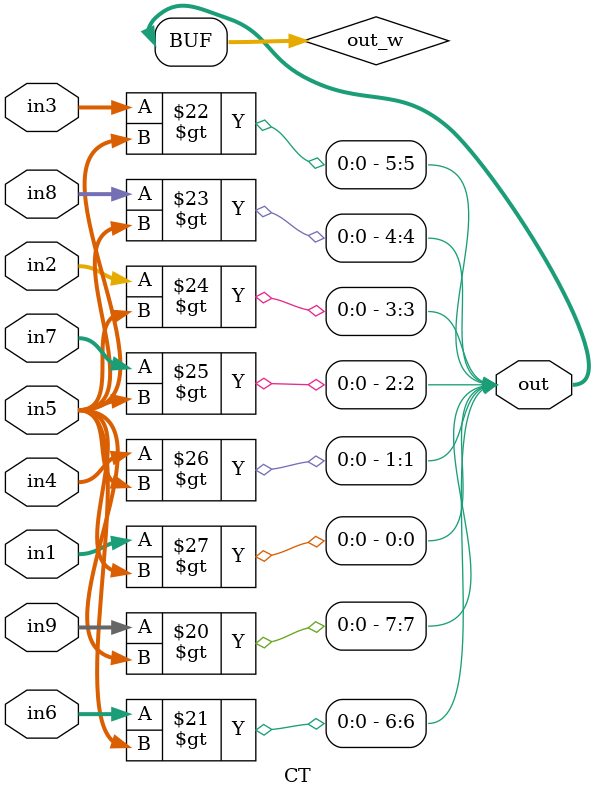
<source format=v>

module ipdc (                       //Don't modify interface
	input         i_clk,
	input         i_rst_n,
	input         i_op_valid,
	input  [ 3:0] i_op_mode,
    output        o_op_ready,
	input         i_in_valid,
	input  [23:0] i_in_data,
	output        o_in_ready,
	output        o_out_valid,
	output [23:0] o_out_data
);

integer i;
// ---------------------------------------------------------------------------
// SRAM instance
// ---------------------------------------------------------------------------
parameter SRAM_ADDRESS_WIDTH = 8;


wire [7:0] 					  o_from_sram_data1;
wire 						  sram_cen1;
wire  						  sram_wen1;
wire [SRAM_ADDRESS_WIDTH-1:0] sram_address1;
wire [7:0]					  i_to_sram_data1;

reg 						  sram_cen1_w, sram_cen1_r;
reg  						  sram_wen1_w, sram_wen1_r;
reg [SRAM_ADDRESS_WIDTH-1:0]  sram_address1_w, sram_address1_r;
reg [7:0]					  i_to_sram_data1_w, i_to_sram_data1_r;

assign sram_cen1 = sram_cen1_r;
assign sram_wen1 = sram_wen1_r;
assign sram_address1 = sram_address1_r;
assign i_to_sram_data1 = i_to_sram_data1_r;

sram_256x8 sram1 (
   .Q(o_from_sram_data1),
   .CLK(i_clk),
   .CEN(sram_cen1),
   .WEN(sram_wen1),
   .A(sram_address1),
   .D(i_to_sram_data1)
);


wire [7:0] 					  o_from_sram_data2;
wire 						  sram_cen2;
wire  						  sram_wen2;
wire [SRAM_ADDRESS_WIDTH-1:0] sram_address2;
wire [7:0]					  i_to_sram_data2;

reg 						  sram_cen2_w, sram_cen2_r;
reg  						  sram_wen2_w, sram_wen2_r;
reg [SRAM_ADDRESS_WIDTH-1:0]  sram_address2_w, sram_address2_r;
reg [7:0]					  i_to_sram_data2_w, i_to_sram_data2_r;

assign sram_cen2 = sram_cen2_r;
assign sram_wen2 = sram_wen2_r;
assign sram_address2 = sram_address2_r;
assign i_to_sram_data2 = i_to_sram_data2_r;

sram_256x8 sram2 (
   .Q(o_from_sram_data2),
   .CLK(i_clk),
   .CEN(sram_cen2),
   .WEN(sram_wen2),
   .A(sram_address2),
   .D(i_to_sram_data2)
);


wire [7:0] 					  o_from_sram_data3;
wire 						  sram_cen3;
wire  						  sram_wen3;
wire [SRAM_ADDRESS_WIDTH-1:0] sram_address3;
wire [7:0]					  i_to_sram_data3;

reg 						  sram_cen3_w, sram_cen3_r;
reg  						  sram_wen3_w, sram_wen3_r;
reg [SRAM_ADDRESS_WIDTH-1:0]  sram_address3_w, sram_address3_r;
reg [7:0]					  i_to_sram_data3_w, i_to_sram_data3_r;

assign sram_cen3 = sram_cen3_r;
assign sram_wen3 = sram_wen3_r;
assign sram_address3 = sram_address3_r;
assign i_to_sram_data3 = i_to_sram_data3_r;

sram_256x8 sram3 (
   .Q(o_from_sram_data3),
   .CLK(i_clk),
   .CEN(sram_cen3),
   .WEN(sram_wen3),
   .A(sram_address3),
   .D(i_to_sram_data3)
);


// ---------------------------------------------------------------------------

reg [3:0] state_w, state_r;

reg o_op_ready_w, o_op_ready_r;
reg	o_in_ready_w, o_in_ready_r; 		// *** maybe not necassary
reg o_out_valid_w, o_out_valid_r;
reg	[23:0] o_out_data_w, o_out_data_r;

assign o_op_ready = o_op_ready_r;
assign o_in_ready = o_in_ready_r;
assign o_out_valid = o_out_valid_r;
assign o_out_data = o_out_data_r;

reg [7:0] origin_w, origin_r;
reg [4:0] display_counter_w, display_counter_r;

reg [1:0] scale_w, scale_r;

wire [7:0] Y;
wire [10:0] Y1;
wire [10:0] Y21;
wire [10:0] Y22;
wire [10:0] Y2;
wire [10:0] Y_temp;
assign Y1 = { 2'b00, o_from_sram_data1, 1'b0 };
assign Y21 = { 1'b0, o_from_sram_data2, 2'b00 };
assign Y22 = { 3'b000, o_from_sram_data2 };
assign Y2 = Y21 + Y22;
assign Y_temp = Y1 + Y2;
assign Y = (Y_temp[2] == 1) ? Y_temp[10:3] + 1 : Y_temp[10:3];

wire [7:0] Cb;
wire [10:0] Cb1;
wire [10:0] Cb2;
wire [10:0] Cb3;
wire [10:0] Cb4;
wire [10:0] Cb_temp;
assign Cb1 = { 3'b111, ~o_from_sram_data1 } + 1;
assign Cb2 = { 2'b11, ~o_from_sram_data2, 1'b1 } + 1;
assign Cb3 = { 1'b0, o_from_sram_data3, 2'b00 };
assign Cb4 = 11'd1024;
assign Cb_temp = (Cb1 + Cb2) + (Cb3 + Cb4);
assign Cb = (Cb_temp[2] == 1) ? Cb_temp[10:3] + 1 : Cb_temp[10:3];

wire [7:0] Cr;
wire [10:0] Cr1;
wire [10:0] Cr21;
wire [10:0] Cr22;
wire [10:0] Cr2;
wire [10:0] Cr3;
wire [10:0] Cr4;
wire [10:0] Cr_temp;
assign Cr1 = { 1'b0, o_from_sram_data1, 2'b00 };
assign Cr21 = { 2'b00, o_from_sram_data2, 1'b0 };
assign Cr22 = { 3'b000, o_from_sram_data2 };
assign Cr2 = ~(Cr21 + Cr22) + 1;
assign Cr3 = { 3'b111, ~o_from_sram_data3 } + 1;
assign Cr4 = 11'd1024;
assign Cr_temp = (Cr1 + Cr2) + (Cr3 + Cr4);
assign Cr = (Cr_temp[2] == 1) ? Cr_temp[10:3] + 1 : Cr_temp[10:3];

reg [0:0] ycbcr_w, ycbcr_r;

reg [0:7] shreg1_w [8:0];
reg [0:7] shreg1_r [8:0];
reg [0:7] shreg2_w [8:0];
reg [0:7] shreg2_r [8:0];
reg [0:7] shreg3_w [8:0];
reg [0:7] shreg3_r [8:0];

reg [1:0] kernel_x_w, kernel_x_r;
reg [1:0] kernel_y_w, kernel_y_r;
reg [3:0] kernel_counter_w, kernel_counter_r;
reg [7:0] shift;

reg valid_buff1_w, valid_buff1_r;
reg valid_buff2_w, valid_buff2_r;
reg valid_buff3_w, valid_buff3_r;
reg valid_buff4_w, valid_buff4_r;

reg [1:0] kernel_x_buff1_w, kernel_x_buff1_r;
reg [1:0] kernel_x_buff2_w, kernel_x_buff2_r;
reg [1:0] kernel_y_buff1_w, kernel_y_buff1_r;
reg [1:0] kernel_y_buff2_w, kernel_y_buff2_r;
reg [3:0] kernel_counter_buff1_w, kernel_counter_buff1_r;
reg [3:0] kernel_counter_buff2_w, kernel_counter_buff2_r;
reg [7:0] origin_buff1_w, origin_buff1_r;
reg [7:0] origin_buff2_w, origin_buff2_r;


// ---------------------------------
reg [7:0] medin11, medin12, medin13;
reg [7:0] medin14, medin15, medin16;
reg [7:0] medin17, medin18, medin19;
wire [7:0] medout;

median_of_9 med1(
	.i_clk(i_clk),
	.i_rst_n(i_rst_n),
	.in1(medin11),
	.in2(medin12),
	.in3(medin13),
	.in4(medin14),
	.in5(medin15),
	.in6(medin16),
	.in7(medin17),
	.in8(medin18),
	.in9(medin19),
	.median(medout)
);

always @(*) begin
	case({valid_buff1_r, valid_buff2_r, valid_buff3_r})
		3'b100: begin
			medin11 = shreg1_r[8];
			medin12 = shreg1_r[7];
			medin13 = shreg1_r[6];
			medin14 = shreg1_r[5];
			medin15 = shreg1_r[4];
			medin16 = shreg1_r[3];
			medin17 = shreg1_r[2];
			medin18 = shreg1_r[1];
			medin19 = shreg1_r[0];
		end
		3'b010: begin
			medin11 = shreg2_r[8];
			medin12 = shreg2_r[7];
			medin13 = shreg2_r[6];
			medin14 = shreg2_r[5];
			medin15 = shreg2_r[4];
			medin16 = shreg2_r[3];
			medin17 = shreg2_r[2];
			medin18 = shreg2_r[1];
			medin19 = shreg2_r[0];
		end
		3'b001: begin
			medin11 = shreg3_r[8];
			medin12 = shreg3_r[7];
			medin13 = shreg3_r[6];
			medin14 = shreg3_r[5];
			medin15 = shreg3_r[4];
			medin16 = shreg3_r[3];
			medin17 = shreg3_r[2];
			medin18 = shreg3_r[1];
			medin19 = shreg3_r[0];
		end
		default: begin
			medin11 = shreg1_r[8];
			medin12 = shreg1_r[7];
			medin13 = shreg1_r[6];
			medin14 = shreg1_r[5];
			medin15 = shreg1_r[4];
			medin16 = shreg1_r[3];
			medin17 = shreg1_r[2];
			medin18 = shreg1_r[1];
			medin19 = shreg1_r[0];
		end
	endcase
end
// --------------------------------

// --------------------------------
reg [7:0] ctin1, ctin2, ctin3;
reg [7:0] ctin4, ctin5, ctin6;
reg [7:0] ctin7, ctin8, ctin9;
wire [7:0] ctout;

CT ct(
	.in1(ctin1),
	.in2(ctin2),
	.in3(ctin3),
	.in4(ctin4),
	.in5(ctin5),
	.in6(ctin6),
	.in7(ctin7),
	.in8(ctin8),
	.in9(ctin9),
	.out(ctout)
);

always @(*) begin
	case({valid_buff1_r, valid_buff2_r, valid_buff3_r})
		3'b100: begin
			ctin1 = shreg1_r[0];
			ctin2 = shreg1_r[1];
			ctin3 = shreg1_r[2];
			ctin4 = shreg1_r[3];
			ctin5 = shreg1_r[4];
			ctin6 = shreg1_r[5];
			ctin7 = shreg1_r[6];
			ctin8 = shreg1_r[7];
			ctin9 = shreg1_r[8];
		end
		3'b010: begin
			ctin1 = shreg2_r[0];
			ctin2 = shreg2_r[1];
			ctin3 = shreg2_r[2];
			ctin4 = shreg2_r[3];
			ctin5 = shreg2_r[4];
			ctin6 = shreg2_r[5];
			ctin7 = shreg2_r[6];
			ctin8 = shreg2_r[7];
			ctin9 = shreg2_r[8];
		end
		3'b001: begin
			ctin1 = shreg3_r[0];
			ctin2 = shreg3_r[1];
			ctin3 = shreg3_r[2];
			ctin4 = shreg3_r[3];
			ctin5 = shreg3_r[4];
			ctin6 = shreg3_r[5];
			ctin7 = shreg3_r[6];
			ctin8 = shreg3_r[7];
			ctin9 = shreg3_r[8];
		end
		default: begin
			ctin1 = shreg1_r[0];
			ctin2 = shreg1_r[1];
			ctin3 = shreg1_r[2];
			ctin4 = shreg1_r[3];
			ctin5 = shreg1_r[4];
			ctin6 = shreg1_r[5];
			ctin7 = shreg1_r[6];
			ctin8 = shreg1_r[7];
			ctin9 = shreg1_r[8];
		end
	endcase
end


// --------------------------------


// ---------------------------------------------------------------------------
// Combinational Blocks
// ---------------------------------------------------------------------------
parameter S_IDLE = 1;
parameter S_MODE = 2;
parameter S_LOAD = 0;
parameter S_RSFT = 4;
parameter S_LSFT = 5;
parameter S_USFT = 6;
parameter S_DSFT = 7;
parameter S_DISP = 3;
parameter S_SCLD = 8;
parameter S_SCLU = 9;
parameter S_YCBR = 13;
parameter S_MDFT = 12;
parameter S_CSTF = 14;


always @(*) begin
	case(state_r)
		S_IDLE: begin
			state_w = S_MODE;
			o_op_ready_w = 1;
			o_in_ready_w = 1;
			o_out_valid_w = 0;
			o_out_data_w = 0;
			
			origin_w = origin_r;
			display_counter_w = 0;

			scale_w = scale_r;

			ycbcr_w = 0;

			for (i=0; i<9; i=i+1) begin
				shreg1_w[i] = 0;
				shreg2_w[i] = 0;
				shreg3_w[i] = 0;
			end

			kernel_x_w = 0;
			kernel_y_w = 0;
			kernel_counter_w = 0;

			valid_buff4_w = 0;
			valid_buff3_w = 0;
			valid_buff2_w = 0;
			valid_buff1_w = 0;

			kernel_x_buff1_w = 0;
			kernel_x_buff2_w = 0;
			kernel_y_buff1_w = 0;
			kernel_y_buff2_w = 0;
			kernel_counter_buff1_w = 0;
			kernel_counter_buff2_w = 0;
			origin_buff1_w = 0;
			origin_buff2_w = 0;
		end
		S_MODE: begin
			state_w = (i_op_valid) ? i_op_mode : S_MODE;
			o_op_ready_w = 0;
			o_in_ready_w = 1;
			o_out_valid_w = 0;
			o_out_data_w = 0;

			origin_w = origin_r;
			display_counter_w = 0;

			scale_w = scale_r;

			ycbcr_w = 0;

			for (i=0; i<9; i=i+1) begin
				shreg1_w[i] = 0;
				shreg2_w[i] = 0;
				shreg3_w[i] = 0;
			end

			kernel_x_w = 0;
			kernel_y_w = 0;
			kernel_counter_w = 0;

			valid_buff4_w = 0;
			valid_buff3_w = 0;
			valid_buff2_w = 0;
			valid_buff1_w = 0;

			kernel_x_buff1_w = 0;
			kernel_x_buff2_w = 0;
			kernel_y_buff1_w = 0;
			kernel_y_buff2_w = 0;
			kernel_counter_buff1_w = 0;
			kernel_counter_buff2_w = 0;
			origin_buff1_w = 0;
			origin_buff2_w = 0;
		end
		S_LOAD: begin
			state_w = (i_in_valid) ? S_LOAD : S_IDLE;
			o_op_ready_w = 0;
			o_in_ready_w = 1;
			o_out_valid_w = 0;
			o_out_data_w = 0;

			origin_w = origin_r;
			display_counter_w = 0;

			scale_w = scale_r;

			ycbcr_w = 0;

			for (i=0; i<9; i=i+1) begin
				shreg1_w[i] = 0;
				shreg2_w[i] = 0;
				shreg3_w[i] = 0;
			end

			kernel_x_w = 0;
			kernel_y_w = 0;
			kernel_counter_w = 0;

			valid_buff4_w = 0;
			valid_buff3_w = 0;
			valid_buff2_w = 0;
			valid_buff1_w = 0;

			kernel_x_buff1_w = 0;
			kernel_x_buff2_w = 0;
			kernel_y_buff1_w = 0;
			kernel_y_buff2_w = 0;
			kernel_counter_buff1_w = 0;
			kernel_counter_buff2_w = 0;
			origin_buff1_w = 0;
			origin_buff2_w = 0;
		end
		S_RSFT: begin
			state_w = S_DISP;
			o_op_ready_w = 0;
			o_in_ready_w = 1;
			o_out_valid_w = 0;
			o_out_data_w = 0;

			case(scale_r)
				2'b11: begin
					origin_w = (&origin_r[3:2]) ? origin_r : origin_r + 1;
				end
				2'b10: begin
					origin_w = (&origin_r[3:2]) ? origin_r : origin_r + 8'd2;
				end
				2'b01: begin
					origin_w = (&origin_r[3:2]) ? origin_r : origin_r + 8'd4;
				end
				default: begin
					origin_w = origin_r;
				end
			endcase
			display_counter_w = 0;

			scale_w = scale_r;

			ycbcr_w = 0;

			for (i=0; i<9; i=i+1) begin
				shreg1_w[i] = 0;
				shreg2_w[i] = 0;
				shreg3_w[i] = 0;
			end

			kernel_x_w = 0;
			kernel_y_w = 0;
			kernel_counter_w = 0;

			valid_buff4_w = 0;
			valid_buff3_w = 0;
			valid_buff2_w = 0;
			valid_buff1_w = 0;

			kernel_x_buff1_w = 0;
			kernel_x_buff2_w = 0;
			kernel_y_buff1_w = 0;
			kernel_y_buff2_w = 0;
			kernel_counter_buff1_w = 0;
			kernel_counter_buff2_w = 0;
			origin_buff1_w = 0;
			origin_buff2_w = 0;
		end
		S_LSFT: begin
			state_w = S_DISP;
			o_op_ready_w = 0;
			o_in_ready_w = 1;
			o_out_valid_w = 0;
			o_out_data_w = 0;

			case(scale_r)
				2'b11: begin
					origin_w = (|origin_r[3:0]) ? origin_r - 1 : origin_r;
				end
				2'b10: begin
					origin_w = (|origin_r[3:1]) ? origin_r - 8'd2 : origin_r;
				end
				2'b01: begin
					origin_w = (|origin_r[3:2]) ? origin_r - 8'd4 : origin_r;
				end
				default: begin
					origin_w = origin_r;
				end
			endcase
			display_counter_w = 0;

			scale_w = scale_r;

			ycbcr_w = 0;

			for (i=0; i<9; i=i+1) begin
				shreg1_w[i] = 0;
				shreg2_w[i] = 0;
				shreg3_w[i] = 0;
			end

			kernel_x_w = 0;
			kernel_y_w = 0;
			kernel_counter_w = 0;

			valid_buff4_w = 0;
			valid_buff3_w = 0;
			valid_buff2_w = 0;
			valid_buff1_w = 0;

			kernel_x_buff1_w = 0;
			kernel_x_buff2_w = 0;
			kernel_y_buff1_w = 0;
			kernel_y_buff2_w = 0;
			kernel_counter_buff1_w = 0;
			kernel_counter_buff2_w = 0;
			origin_buff1_w = 0;
			origin_buff2_w = 0;
		end
		S_USFT: begin
			state_w = S_DISP;
			o_op_ready_w = 0;
			o_in_ready_w = 1;
			o_out_valid_w = 0;
			o_out_data_w = 0;

			case(scale_r)
				2'b11: begin
					origin_w = (|origin_r[7:4]) ? origin_r - 8'd16 : origin_r;
				end
				2'b10: begin
					origin_w = (|origin_r[7:5]) ? origin_r - 8'd32 : origin_r;
				end
				2'b01: begin
					origin_w = (|origin_r[7:6]) ? origin_r - 8'd64 : origin_r;
				end
				default: begin
					origin_w = origin_r;
				end
			endcase
			display_counter_w = 0;

			scale_w = scale_r;

			ycbcr_w = 0;

			for (i=0; i<9; i=i+1) begin
				shreg1_w[i] = 0;
				shreg2_w[i] = 0;
				shreg3_w[i] = 0;
			end

			kernel_x_w = 0;
			kernel_y_w = 0;
			kernel_counter_w = 0;

			valid_buff4_w = 0;
			valid_buff3_w = 0;
			valid_buff2_w = 0;
			valid_buff1_w = 0;

			kernel_x_buff1_w = 0;
			kernel_x_buff2_w = 0;
			kernel_y_buff1_w = 0;
			kernel_y_buff2_w = 0;
			kernel_counter_buff1_w = 0;
			kernel_counter_buff2_w = 0;
			origin_buff1_w = 0;
			origin_buff2_w = 0;
		end
		S_DSFT: begin
			state_w = S_DISP;
			o_op_ready_w = 0;
			o_in_ready_w = 1;
			o_out_valid_w = 0;
			o_out_data_w = 0;

			case(scale_r)
				2'b11: begin
					origin_w = (&origin_r[7:6]) ? origin_r : origin_r + 8'd16;
				end
				2'b10: begin
					origin_w = (&origin_r[7:6]) ? origin_r : origin_r + 8'd32;
				end
				2'b01: begin
					origin_w = (&origin_r[7:6]) ? origin_r : origin_r + 8'd64;
				end
				default: begin
					origin_w = origin_r;
				end
			endcase
			display_counter_w = 0;

			scale_w = scale_r;

			ycbcr_w = 0;

			for (i=0; i<9; i=i+1) begin
				shreg1_w[i] = 0;
				shreg2_w[i] = 0;
				shreg3_w[i] = 0;
			end

			kernel_x_w = 0;
			kernel_y_w = 0;
			kernel_counter_w = 0;

			valid_buff4_w = 0;
			valid_buff3_w = 0;
			valid_buff2_w = 0;
			valid_buff1_w = 0;

			kernel_x_buff1_w = 0;
			kernel_x_buff2_w = 0;
			kernel_y_buff1_w = 0;
			kernel_y_buff2_w = 0;
			kernel_counter_buff1_w = 0;
			kernel_counter_buff2_w = 0;
			origin_buff1_w = 0;
			origin_buff2_w = 0;
		end
		S_SCLD: begin
			state_w = S_DISP;
			o_op_ready_w = 0;
			o_in_ready_w = 1;
			o_out_valid_w = 0;
			o_out_data_w = 0;

			origin_w = origin_r;
			display_counter_w = 0;

			// if (scale_r[1]) begin
			// 	scale_w = scale_r - 2'b10;
			// end
			// else begin
			// 	if (scale_r[0]) begin
			// 		scale_w = scale_r - 1;
			// 	end
			// 	else begin
			// 		scale_w = scale_r;
			// 	end
			// end
			scale_w = (scale_r[1]) ? scale_r - 1 : scale_r;

			ycbcr_w = 0;
			
			for (i=0; i<9; i=i+1) begin
				shreg1_w[i] = 0;
				shreg2_w[i] = 0;
				shreg3_w[i] = 0;
			end

			kernel_x_w = 0;
			kernel_y_w = 0;
			kernel_counter_w = 0;

			valid_buff4_w = 0;
			valid_buff3_w = 0;
			valid_buff2_w = 0;
			valid_buff1_w = 0;

			kernel_x_buff1_w = 0;
			kernel_x_buff2_w = 0;
			kernel_y_buff1_w = 0;
			kernel_y_buff2_w = 0;
			kernel_counter_buff1_w = 0;
			kernel_counter_buff2_w = 0;
			origin_buff1_w = 0;
			origin_buff2_w = 0;
		end
		S_SCLU: begin
			state_w = S_DISP;
			o_op_ready_w = 0;
			o_in_ready_w = 1;
			o_out_valid_w = 0;
			o_out_data_w = 0;

			origin_w = origin_r;
			display_counter_w = 0;

			if (scale_r == 2'b10) begin // 8x8
				if ( (origin_r[3:0]>4'd12) || (origin_r[7:4]>4'd12) ) begin // can't scale up
					scale_w = scale_r;
				end
				else begin
					// scale_w = scale_r + 2'b10;
					scale_w = scale_r + 1;
				end
			end
			else begin // 4x4 or 16x16
				if ( (&origin_r[3:1]) || (&origin_r[7:5]) ) begin // 4x4 can't scale up
					scale_w = scale_r;
				end
				else begin
					scale_w = (&scale_r) ? scale_r : scale_r + 1; // 16x16 can't scale up
				end
			end

			ycbcr_w = 0;

			for (i=0; i<9; i=i+1) begin
				shreg1_w[i] = 0;
				shreg2_w[i] = 0;
				shreg3_w[i] = 0;
			end

			kernel_x_w = 0;
			kernel_y_w = 0;
			kernel_counter_w = 0;

			valid_buff4_w = 0;
			valid_buff3_w = 0;
			valid_buff2_w = 0;
			valid_buff1_w = 0;

			kernel_x_buff1_w = 0;
			kernel_x_buff2_w = 0;
			kernel_y_buff1_w = 0;
			kernel_y_buff2_w = 0;
			kernel_counter_buff1_w = 0;
			kernel_counter_buff2_w = 0;
			origin_buff1_w = 0;
			origin_buff2_w = 0;
		end

		S_YCBR: begin
			state_w = S_DISP;
			o_op_ready_w = 0;
			o_in_ready_w = 1;
			o_out_valid_w = 0;
			o_out_data_w = 0;

			origin_w = origin_r;
			display_counter_w = 0;

			scale_w = scale_r;

			ycbcr_w = 1;

			for (i=0; i<9; i=i+1) begin
				shreg1_w[i] = 0;
				shreg2_w[i] = 0;
				shreg3_w[i] = 0;
			end

			kernel_x_w = 0;
			kernel_y_w = 0;
			kernel_counter_w = 0;

			valid_buff4_w = 0;
			valid_buff3_w = 0;
			valid_buff2_w = 0;
			valid_buff1_w = 0;

			kernel_x_buff1_w = 0;
			kernel_x_buff2_w = 0;
			kernel_y_buff1_w = 0;
			kernel_y_buff2_w = 0;
			kernel_counter_buff1_w = 0;
			kernel_counter_buff2_w = 0;
			origin_buff1_w = 0;
			origin_buff2_w = 0;
		end

		S_DISP: begin
			case(scale_r)
				2'b11: begin
					state_w = (display_counter_r == 5'd17) ? S_IDLE : S_DISP;
				end
				2'b10: begin
					state_w = (display_counter_r == 5'd5) ? S_IDLE : S_DISP;
				end
				2'b01: begin
					state_w = (display_counter_r == 5'd2) ? S_IDLE : S_DISP;
				end
				default: begin
					state_w = state_r;
				end
			endcase
			// state_w = (display_counter_r == 5'd17) ? S_IDLE : S_DISP; // *** 4'd15 seems wrong, maybe because sram need 2 cycle to output correct data
			o_op_ready_w = 0;
			o_in_ready_w = 1;
			o_out_valid_w = (display_counter_r <= 5'd1) ? 0 : 1;

			if (ycbcr_r == 0) begin
				o_out_data_w[23:16] = o_from_sram_data1;
				o_out_data_w[15: 8] = o_from_sram_data2;
				o_out_data_w[ 7: 0] = o_from_sram_data3;
			end
			else begin
				o_out_data_w[23:16] = Y;
				o_out_data_w[15: 8] = Cb;
				o_out_data_w[ 7: 0] = Cr;
			end

			origin_w = origin_r;
			display_counter_w = display_counter_r + 1;

			scale_w = scale_r;

			ycbcr_w = ycbcr_r;

			for (i=0; i<9; i=i+1) begin
				shreg1_w[i] = 0;
				shreg2_w[i] = 0;
				shreg3_w[i] = 0;
			end

			kernel_x_w = 0;
			kernel_y_w = 0;
			kernel_counter_w = 0;

			valid_buff4_w = 0;
			valid_buff3_w = 0;
			valid_buff2_w = 0;
			valid_buff1_w = 0;

			kernel_x_buff1_w = 0;
			kernel_x_buff2_w = 0;
			kernel_y_buff1_w = 0;
			kernel_y_buff2_w = 0;
			kernel_counter_buff1_w = 0;
			kernel_counter_buff2_w = 0;
			origin_buff1_w = 0;
			origin_buff2_w = 0;
		end

		S_MDFT: begin
			case(scale_r)
				2'b11: begin
					state_w = (display_counter_r == 5'd16 && valid_buff4_r == 1) ? S_IDLE : S_MDFT;
				end
				2'b10: begin
					state_w = (display_counter_r == 5'd4 && valid_buff4_r == 1) ? S_IDLE : S_MDFT;
				end
				2'b01: begin
					state_w = (display_counter_r == 5'd1 && valid_buff4_r == 1) ? S_IDLE : S_MDFT;
				end
				default: begin
					state_w = state_r;
				end
			endcase
			o_op_ready_w = 0;
			o_in_ready_w = 1;

			origin_w = origin_r;

			scale_w = scale_r;

			ycbcr_w = 0;

			if (valid_buff2_r==1 || valid_buff1_r==1) begin
				for (i=1; i<9; i=i+1) begin
					shreg1_w[i] = shreg1_r[i];
					shreg2_w[i] = shreg2_r[i];
					shreg3_w[i] = shreg3_r[i];
				end
			end
			else begin
				for (i=0; i<8; i=i+1) begin
					shreg1_w[i+1] = shreg1_r[i];
					shreg2_w[i+1] = shreg2_r[i];
					shreg3_w[i+1] = shreg3_r[i];
				end
			end

			if (kernel_counter_r == 4'd10) begin
				case(scale_r)
					2'b11: begin
						kernel_counter_w = (kernel_x_r == 2'd3) ? 0 : 4'd6;
						kernel_x_w = kernel_x_r + 1;
						kernel_y_w = (kernel_x_r == 2'd3) ? kernel_y_r + 1 : kernel_y_r;
					end
					2'b10: begin
						kernel_counter_w = (kernel_x_r == 1) ? 0 : 4'd6;
						kernel_x_w = (kernel_x_r == 1) ? 0 : 1;
						kernel_y_w = (kernel_x_r == 1) ? 1 : kernel_y_r;
					end
					2'b01: begin
						kernel_counter_w = (kernel_x_r == 2'd3) ? 0 : 4'd6; //
						kernel_x_w = kernel_x_r;
						kernel_y_w = kernel_y_r;
					end
					default: begin
						kernel_counter_w = (kernel_x_r == 2'd3) ? 0 : 4'd6;
						kernel_x_w = kernel_x_r + 1;
						kernel_y_w = (kernel_x_r == 2'd3) ? kernel_y_r + 1 : kernel_y_r;
					end
				endcase
				display_counter_w = display_counter_r + 1;
				o_out_valid_w = valid_buff4_r;
				valid_buff4_w = valid_buff3_r;
				valid_buff3_w = valid_buff2_r;
				valid_buff2_w = valid_buff1_r;
				valid_buff1_w = 1;
			end
			else begin
				kernel_counter_w = kernel_counter_r + 1;
				kernel_y_w = kernel_y_r;
				kernel_x_w = kernel_x_r;
				display_counter_w = display_counter_r;
				o_out_valid_w = valid_buff4_r;
				valid_buff4_w = valid_buff3_r;
				valid_buff3_w = valid_buff2_r;
				valid_buff2_w = valid_buff1_r;
				valid_buff1_w = 0;
			end

			kernel_x_buff1_w = kernel_x_r;
			kernel_x_buff2_w = kernel_x_buff1_r;
			kernel_y_buff1_w = kernel_y_r;
			kernel_y_buff2_w = kernel_y_buff1_r;
			kernel_counter_buff1_w = kernel_counter_r;
			kernel_counter_buff2_w = kernel_counter_buff1_r;
			origin_buff1_w = origin_r;
			origin_buff2_w = origin_buff1_r;

			case(scale_r)
				2'b11: begin
					case(kernel_counter_buff2_r)
						4'd0: begin
							if ( !(|(origin_buff2_r[7:4]+kernel_y_buff2_r)) || !(|(origin_buff2_r[3:0]+kernel_x_buff2_r)) ) begin
								shreg1_w[0] = 0;
								shreg2_w[0] = 0;
								shreg3_w[0] = 0;
							end
							else begin
								shreg1_w[0] = o_from_sram_data1;
								shreg2_w[0] = o_from_sram_data2;
								shreg3_w[0] = o_from_sram_data3;
							end
						end
						4'd3: begin
							if ( !(|(origin_buff2_r[7:4]+kernel_y_buff2_r)) ) begin
								shreg1_w[0] = 0;
								shreg2_w[0] = 0;
								shreg3_w[0] = 0;
							end
							else begin
								shreg1_w[0] = o_from_sram_data1;
								shreg2_w[0] = o_from_sram_data2;
								shreg3_w[0] = o_from_sram_data3;
							end
						end
						4'd6: begin
							if ( !(|(origin_buff2_r[7:4]+kernel_y_buff2_r)) || (&(origin_buff2_r[3:0]+kernel_x_buff2_r)) ) begin
								shreg1_w[0] = 0;
								shreg2_w[0] = 0;
								shreg3_w[0] = 0;
							end
							else begin
								shreg1_w[0] = o_from_sram_data1;
								shreg2_w[0] = o_from_sram_data2;
								shreg3_w[0] = o_from_sram_data3;
							end
						end
						4'd1: begin
							if ( !(|(origin_buff2_r[3:0]+kernel_x_buff2_r)) ) begin
								shreg1_w[0] = 0;
								shreg2_w[0] = 0;
								shreg3_w[0] = 0;
							end
							else begin
								shreg1_w[0] = o_from_sram_data1;
								shreg2_w[0] = o_from_sram_data2;
								shreg3_w[0] = o_from_sram_data3;
							end
						end
						4'd4: begin
							shreg1_w[0] = o_from_sram_data1;
							shreg2_w[0] = o_from_sram_data2;
							shreg3_w[0] = o_from_sram_data3;
						end
						4'd7: begin
							if ( (&(origin_buff2_r[3:0]+kernel_x_buff2_r)) ) begin
								shreg1_w[0] = 0;
								shreg2_w[0] = 0;
								shreg3_w[0] = 0;
							end
							else begin
								shreg1_w[0] = o_from_sram_data1;
								shreg2_w[0] = o_from_sram_data2;
								shreg3_w[0] = o_from_sram_data3;
							end
						end
						4'd2: begin
							if ( (&(origin_buff2_r[7:4]+kernel_y_buff2_r)) || !(|(origin_buff2_r[3:0]+kernel_x_buff2_r)) ) begin
								shreg1_w[0] = 0;
								shreg2_w[0] = 0;
								shreg3_w[0] = 0;
							end
							else begin
								shreg1_w[0] = o_from_sram_data1;
								shreg2_w[0] = o_from_sram_data2;
								shreg3_w[0] = o_from_sram_data3;
							end
						end
						4'd5: begin
							if ( (&(origin_buff2_r[7:4]+kernel_y_buff2_r)) ) begin
								shreg1_w[0] = 0;
								shreg2_w[0] = 0;
								shreg3_w[0] = 0;
							end
							else begin
								shreg1_w[0] = o_from_sram_data1;
								shreg2_w[0] = o_from_sram_data2;
								shreg3_w[0] = o_from_sram_data3;
							end
						end
						4'd8: begin
							if ( (&(origin_buff2_r[7:4]+kernel_y_buff2_r)) || (&(origin_buff2_r[3:0]+kernel_x_buff2_r)) ) begin
								shreg1_w[0] = 0;
								shreg2_w[0] = 0;
								shreg3_w[0] = 0;
							end
							else begin
								shreg1_w[0] = o_from_sram_data1;
								shreg2_w[0] = o_from_sram_data2;
								shreg3_w[0] = o_from_sram_data3;
							end
						end
						default: begin
							if ( (&(origin_buff2_r[7:4]+kernel_y_buff2_r)) || (&(origin_buff2_r[3:0]+kernel_x_buff2_r)) ) begin
								shreg1_w[0] = 0;
								shreg2_w[0] = 0;
								shreg3_w[0] = 0;
							end
							else begin
								shreg1_w[0] = o_from_sram_data1;
								shreg2_w[0] = o_from_sram_data2;
								shreg3_w[0] = o_from_sram_data3;
							end
						end
					endcase
				end
				2'b10: begin
					case(kernel_counter_buff2_r)
						4'd0: begin
							if ( !(|(origin_buff2_r[7:5]+kernel_y_buff2_r)) || !(|(origin_buff2_r[3:1]+kernel_x_buff2_r)) ) begin
								shreg1_w[0] = 0;
								shreg2_w[0] = 0;
								shreg3_w[0] = 0;
							end
							else begin
								shreg1_w[0] = o_from_sram_data1;
								shreg2_w[0] = o_from_sram_data2;
								shreg3_w[0] = o_from_sram_data3;
							end
						end
						4'd3: begin
							if ( !(|(origin_buff2_r[7:5]+kernel_y_buff2_r)) ) begin
								shreg1_w[0] = 0;
								shreg2_w[0] = 0;
								shreg3_w[0] = 0;
							end
							else begin
								shreg1_w[0] = o_from_sram_data1;
								shreg2_w[0] = o_from_sram_data2;
								shreg3_w[0] = o_from_sram_data3;
							end
						end
						4'd6: begin
							if ( !(|(origin_buff2_r[7:5]+kernel_y_buff2_r)) || (&(origin_buff2_r[3:1]+kernel_x_buff2_r)) ) begin
								shreg1_w[0] = 0;
								shreg2_w[0] = 0;
								shreg3_w[0] = 0;
							end
							else begin
								shreg1_w[0] = o_from_sram_data1;
								shreg2_w[0] = o_from_sram_data2;
								shreg3_w[0] = o_from_sram_data3;
							end
						end
						4'd1: begin
							if ( !(|(origin_buff2_r[3:1]+kernel_x_buff2_r)) ) begin
								shreg1_w[0] = 0;
								shreg2_w[0] = 0;
								shreg3_w[0] = 0;
							end
							else begin
								shreg1_w[0] = o_from_sram_data1;
								shreg2_w[0] = o_from_sram_data2;
								shreg3_w[0] = o_from_sram_data3;
							end
						end
						4'd4: begin
							shreg1_w[0] = o_from_sram_data1;
							shreg2_w[0] = o_from_sram_data2;
							shreg3_w[0] = o_from_sram_data3;
						end
						4'd7: begin
							if ( (&(origin_buff2_r[3:1]+kernel_x_buff2_r)) ) begin
								shreg1_w[0] = 0;
								shreg2_w[0] = 0;
								shreg3_w[0] = 0;
							end
							else begin
								shreg1_w[0] = o_from_sram_data1;
								shreg2_w[0] = o_from_sram_data2;
								shreg3_w[0] = o_from_sram_data3;
							end
						end
						4'd2: begin
							if ( (&(origin_buff2_r[7:5]+kernel_y_buff2_r)) || !(|(origin_buff2_r[3:1]+kernel_x_buff2_r)) ) begin
								shreg1_w[0] = 0;
								shreg2_w[0] = 0;
								shreg3_w[0] = 0;
							end
							else begin
								shreg1_w[0] = o_from_sram_data1;
								shreg2_w[0] = o_from_sram_data2;
								shreg3_w[0] = o_from_sram_data3;
							end
						end
						4'd5: begin
							if ( (&(origin_buff2_r[7:5]+kernel_y_buff2_r)) ) begin
								shreg1_w[0] = 0;
								shreg2_w[0] = 0;
								shreg3_w[0] = 0;
							end
							else begin
								shreg1_w[0] = o_from_sram_data1;
								shreg2_w[0] = o_from_sram_data2;
								shreg3_w[0] = o_from_sram_data3;
							end
						end
						4'd8: begin
							if ( (&(origin_buff2_r[7:5]+kernel_y_buff2_r)) || (&(origin_buff2_r[3:1]+kernel_x_buff2_r)) ) begin
								shreg1_w[0] = 0;
								shreg2_w[0] = 0;
								shreg3_w[0] = 0;
							end
							else begin
								shreg1_w[0] = o_from_sram_data1;
								shreg2_w[0] = o_from_sram_data2;
								shreg3_w[0] = o_from_sram_data3;
							end
						end
						default: begin
							if ( (&(origin_buff2_r[7:5]+kernel_y_buff2_r)) || (&(origin_buff2_r[3:1]+kernel_x_buff2_r)) ) begin
								shreg1_w[0] = 0;
								shreg2_w[0] = 0;
								shreg3_w[0] = 0;
							end
							else begin
								shreg1_w[0] = o_from_sram_data1;
								shreg2_w[0] = o_from_sram_data2;
								shreg3_w[0] = o_from_sram_data3;
							end
						end
					endcase
				end
				2'b01: begin
					case(kernel_counter_buff2_r)
						4'd0: begin
							if ( !(|origin_buff2_r[7:6]) || !(|origin_buff2_r[3:2]) ) begin
								shreg1_w[0] = 0;
								shreg2_w[0] = 0;
								shreg3_w[0] = 0;
							end
							else begin
								shreg1_w[0] = o_from_sram_data1;
								shreg2_w[0] = o_from_sram_data2;
								shreg3_w[0] = o_from_sram_data3;
							end
						end
						4'd3: begin
							if ( !(|origin_buff2_r[7:6]) ) begin
								shreg1_w[0] = 0;
								shreg2_w[0] = 0;
								shreg3_w[0] = 0;
							end
							else begin
								shreg1_w[0] = o_from_sram_data1;
								shreg2_w[0] = o_from_sram_data2;
								shreg3_w[0] = o_from_sram_data3;
							end
						end
						4'd6: begin
							if ( !(|origin_buff2_r[7:6]) || (&origin_buff2_r[3:2]) ) begin
								shreg1_w[0] = 0;
								shreg2_w[0] = 0;
								shreg3_w[0] = 0;
							end
							else begin
								shreg1_w[0] = o_from_sram_data1;
								shreg2_w[0] = o_from_sram_data2;
								shreg3_w[0] = o_from_sram_data3;
							end
						end
						4'd1: begin
							if ( !(|origin_buff2_r[3:2]) ) begin
								shreg1_w[0] = 0;
								shreg2_w[0] = 0;
								shreg3_w[0] = 0;
							end
							else begin
								shreg1_w[0] = o_from_sram_data1;
								shreg2_w[0] = o_from_sram_data2;
								shreg3_w[0] = o_from_sram_data3;
							end
						end
						4'd4: begin
							shreg1_w[0] = o_from_sram_data1;
							shreg2_w[0] = o_from_sram_data2;
							shreg3_w[0] = o_from_sram_data3;
						end
						4'd7: begin
							if ( (&origin_buff2_r[3:2]) ) begin
								shreg1_w[0] = 0;
								shreg2_w[0] = 0;
								shreg3_w[0] = 0;
							end
							else begin
								shreg1_w[0] = o_from_sram_data1;
								shreg2_w[0] = o_from_sram_data2;
								shreg3_w[0] = o_from_sram_data3;
							end
						end
						4'd2: begin
							if ( (&origin_buff2_r[7:6]) || !(|origin_buff2_r[3:2]) ) begin
								shreg1_w[0] = 0;
								shreg2_w[0] = 0;
								shreg3_w[0] = 0;
							end
							else begin
								shreg1_w[0] = o_from_sram_data1;
								shreg2_w[0] = o_from_sram_data2;
								shreg3_w[0] = o_from_sram_data3;
							end
						end
						4'd5: begin
							if ( (&origin_buff2_r[7:6]) ) begin
								shreg1_w[0] = 0;
								shreg2_w[0] = 0;
								shreg3_w[0] = 0;
							end
							else begin
								shreg1_w[0] = o_from_sram_data1;
								shreg2_w[0] = o_from_sram_data2;
								shreg3_w[0] = o_from_sram_data3;
							end
						end
						4'd8: begin
							if ( (&origin_buff2_r[7:6]) || (&origin_buff2_r[3:2]) ) begin
								shreg1_w[0] = 0;
								shreg2_w[0] = 0;
								shreg3_w[0] = 0;
							end
							else begin
								shreg1_w[0] = o_from_sram_data1;
								shreg2_w[0] = o_from_sram_data2;
								shreg3_w[0] = o_from_sram_data3;
							end
						end
						default: begin
							if ( (&origin_buff2_r[7:6]) || (&origin_buff2_r[3:2]) ) begin
								shreg1_w[0] = 0;
								shreg2_w[0] = 0;
								shreg3_w[0] = 0;
							end
							else begin
								shreg1_w[0] = o_from_sram_data1;
								shreg2_w[0] = o_from_sram_data2;
								shreg3_w[0] = o_from_sram_data3;
							end
						end
					endcase
				end
				default: begin
					shreg1_w[0] = 0;
					shreg2_w[0] = 0;
					shreg3_w[0] = 0;
				end
			endcase

			case({valid_buff2_r, valid_buff3_r, valid_buff4_r})
				3'b100: begin
					o_out_data_w[23:16] = medout;
					o_out_data_w[15:8] = o_out_data_r[15:8];
					o_out_data_w[7:0] = o_out_data_r[7:0];
				end
				3'b010: begin
					o_out_data_w[23:16] = o_out_data_r[23:16];
					o_out_data_w[15:8] = medout;
					o_out_data_w[7:0] = o_out_data_r[7:0];
				end
				3'b001: begin
					o_out_data_w[23:16] = o_out_data_r[23:16];
					o_out_data_w[15:8] = o_out_data_r[15:8];
					o_out_data_w[7:0] = medout;
				end
				default: begin
					o_out_data_w[23:16] = medout;
					o_out_data_w[15:8] = o_out_data_r[15:8];
					o_out_data_w[7:0] = o_out_data_r[7:0];
				end
			endcase

		end

		S_CSTF: begin
			// state_w = (display_counter_r == 5'd16 && valid_buff3_r == 1) ? S_IDLE : S_CSTF;
			case(scale_r)
				2'b11: begin
					state_w = (display_counter_r == 5'd16 && valid_buff3_r == 1) ? S_IDLE : S_CSTF;
				end
				2'b10: begin
					state_w = (display_counter_r == 5'd4 && valid_buff3_r == 1) ? S_IDLE : S_CSTF;
				end
				2'b01: begin
					state_w = (display_counter_r == 5'd1 && valid_buff3_r == 1) ? S_IDLE : S_CSTF;
				end
				default: begin
					state_w = state_r;
				end
			endcase
			o_op_ready_w = 0;
			o_in_ready_w = 1;

			origin_w = origin_r;

			scale_w = scale_r;

			ycbcr_w = 0;

			if (valid_buff2_r==1 || valid_buff1_r==1) begin
				for (i=1; i<9; i=i+1) begin
					shreg1_w[i] = shreg1_r[i];
					shreg2_w[i] = shreg2_r[i];
					shreg3_w[i] = shreg3_r[i];
				end
			end
			else begin
				for (i=0; i<8; i=i+1) begin
					shreg1_w[i+1] = shreg1_r[i];
					shreg2_w[i+1] = shreg2_r[i];
					shreg3_w[i+1] = shreg3_r[i];
				end
			end

			if (kernel_counter_r == 4'd10) begin
				// kernel_counter_w = (kernel_x_r == 2'd3) ? 0 : 4'd6;
				case(scale_r)
					2'b11: begin
						kernel_counter_w = (kernel_x_r == 2'd3) ? 0 : 4'd6;
						kernel_x_w = kernel_x_r + 1;
						kernel_y_w = (kernel_x_r == 2'd3) ? kernel_y_r + 1 : kernel_y_r;
					end
					2'b10: begin
						kernel_counter_w = (kernel_x_r == 1) ? 0 : 4'd6;
						kernel_x_w = (kernel_x_r == 1) ? 0 : 1;
						kernel_y_w = (kernel_x_r == 1) ? 1 : kernel_y_r;
					end
					2'b01: begin
						kernel_counter_w = (kernel_x_r == 2'd3) ? 0 : 4'd6;
						kernel_x_w = kernel_x_r;
						kernel_y_w = kernel_y_r;
					end
					default: begin
						kernel_counter_w = (kernel_x_r == 2'd3) ? 0 : 4'd6;
						kernel_x_w = kernel_x_r + 1;
						kernel_y_w = (kernel_x_r == 2'd3) ? kernel_y_r + 1 : kernel_y_r;
					end
				endcase
				display_counter_w = display_counter_r + 1;
				o_out_valid_w = valid_buff3_r;
				valid_buff3_w = valid_buff2_r;
				valid_buff2_w = valid_buff1_r;
				valid_buff1_w = 1;
			end
			else begin
				kernel_counter_w = kernel_counter_r + 1;
				kernel_y_w = kernel_y_r;
				kernel_x_w = kernel_x_r;
				display_counter_w = display_counter_r;
				o_out_valid_w = valid_buff3_r;
				valid_buff3_w = valid_buff2_r;
				valid_buff2_w = valid_buff1_r;
				valid_buff1_w = 0;
			end
			valid_buff4_w = 0;

			kernel_x_buff1_w = kernel_x_r;
			kernel_x_buff2_w = kernel_x_buff1_r;
			kernel_y_buff1_w = kernel_y_r;
			kernel_y_buff2_w = kernel_y_buff1_r;
			kernel_counter_buff1_w = kernel_counter_r;
			kernel_counter_buff2_w = kernel_counter_buff1_r;
			origin_buff1_w = origin_r;
			origin_buff2_w = origin_buff1_r;

			case(scale_r)
				2'b11: begin
					case(kernel_counter_buff2_r)
						4'd0: begin
							if ( !(|(origin_buff2_r[7:4]+kernel_y_buff2_r)) || !(|(origin_buff2_r[3:0]+kernel_x_buff2_r)) ) begin
								shreg1_w[0] = 0;
								shreg2_w[0] = 0;
								shreg3_w[0] = 0;
							end
							else begin
								shreg1_w[0] = o_from_sram_data1;
								shreg2_w[0] = o_from_sram_data2;
								shreg3_w[0] = o_from_sram_data3;
							end
						end
						4'd3: begin
							if ( !(|(origin_buff2_r[7:4]+kernel_y_buff2_r)) ) begin
								shreg1_w[0] = 0;
								shreg2_w[0] = 0;
								shreg3_w[0] = 0;
							end
							else begin
								shreg1_w[0] = o_from_sram_data1;
								shreg2_w[0] = o_from_sram_data2;
								shreg3_w[0] = o_from_sram_data3;
							end
						end
						4'd6: begin
							if ( !(|(origin_buff2_r[7:4]+kernel_y_buff2_r)) || (&(origin_buff2_r[3:0]+kernel_x_buff2_r)) ) begin
								shreg1_w[0] = 0;
								shreg2_w[0] = 0;
								shreg3_w[0] = 0;
							end
							else begin
								shreg1_w[0] = o_from_sram_data1;
								shreg2_w[0] = o_from_sram_data2;
								shreg3_w[0] = o_from_sram_data3;
							end
						end
						4'd1: begin
							if ( !(|(origin_buff2_r[3:0]+kernel_x_buff2_r)) ) begin
								shreg1_w[0] = 0;
								shreg2_w[0] = 0;
								shreg3_w[0] = 0;
							end
							else begin
								shreg1_w[0] = o_from_sram_data1;
								shreg2_w[0] = o_from_sram_data2;
								shreg3_w[0] = o_from_sram_data3;
							end
						end
						4'd4: begin
							shreg1_w[0] = o_from_sram_data1;
							shreg2_w[0] = o_from_sram_data2;
							shreg3_w[0] = o_from_sram_data3;
						end
						4'd7: begin
							if ( (&(origin_buff2_r[3:0]+kernel_x_buff2_r)) ) begin
								shreg1_w[0] = 0;
								shreg2_w[0] = 0;
								shreg3_w[0] = 0;
							end
							else begin
								shreg1_w[0] = o_from_sram_data1;
								shreg2_w[0] = o_from_sram_data2;
								shreg3_w[0] = o_from_sram_data3;
							end
						end
						4'd2: begin
							if ( (&(origin_buff2_r[7:4]+kernel_y_buff2_r)) || !(|(origin_buff2_r[3:0]+kernel_x_buff2_r)) ) begin
								shreg1_w[0] = 0;
								shreg2_w[0] = 0;
								shreg3_w[0] = 0;
							end
							else begin
								shreg1_w[0] = o_from_sram_data1;
								shreg2_w[0] = o_from_sram_data2;
								shreg3_w[0] = o_from_sram_data3;
							end
						end
						4'd5: begin
							if ( (&(origin_buff2_r[7:4]+kernel_y_buff2_r)) ) begin
								shreg1_w[0] = 0;
								shreg2_w[0] = 0;
								shreg3_w[0] = 0;
							end
							else begin
								shreg1_w[0] = o_from_sram_data1;
								shreg2_w[0] = o_from_sram_data2;
								shreg3_w[0] = o_from_sram_data3;
							end
						end
						4'd8: begin
							if ( (&(origin_buff2_r[7:4]+kernel_y_buff2_r)) || (&(origin_buff2_r[3:0]+kernel_x_buff2_r)) ) begin
								shreg1_w[0] = 0;
								shreg2_w[0] = 0;
								shreg3_w[0] = 0;
							end
							else begin
								shreg1_w[0] = o_from_sram_data1;
								shreg2_w[0] = o_from_sram_data2;
								shreg3_w[0] = o_from_sram_data3;
							end
						end
						default: begin
							if ( (&(origin_buff2_r[7:4]+kernel_y_buff2_r)) || (&(origin_buff2_r[3:0]+kernel_x_buff2_r)) ) begin
								shreg1_w[0] = 0;
								shreg2_w[0] = 0;
								shreg3_w[0] = 0;
							end
							else begin
								shreg1_w[0] = o_from_sram_data1;
								shreg2_w[0] = o_from_sram_data2;
								shreg3_w[0] = o_from_sram_data3;
							end
						end
					endcase
				end
				2'b10: begin
					case(kernel_counter_buff2_r)
						4'd0: begin
							if ( !(|(origin_buff2_r[7:5]+kernel_y_buff2_r)) || !(|(origin_buff2_r[3:1]+kernel_x_buff2_r)) ) begin
								shreg1_w[0] = 0;
								shreg2_w[0] = 0;
								shreg3_w[0] = 0;
							end
							else begin
								shreg1_w[0] = o_from_sram_data1;
								shreg2_w[0] = o_from_sram_data2;
								shreg3_w[0] = o_from_sram_data3;
							end
						end
						4'd3: begin
							if ( !(|(origin_buff2_r[7:5]+kernel_y_buff2_r)) ) begin
								shreg1_w[0] = 0;
								shreg2_w[0] = 0;
								shreg3_w[0] = 0;
							end
							else begin
								shreg1_w[0] = o_from_sram_data1;
								shreg2_w[0] = o_from_sram_data2;
								shreg3_w[0] = o_from_sram_data3;
							end
						end
						4'd6: begin
							if ( !(|(origin_buff2_r[7:5]+kernel_y_buff2_r)) || (&(origin_buff2_r[3:1]+kernel_x_buff2_r)) ) begin
								shreg1_w[0] = 0;
								shreg2_w[0] = 0;
								shreg3_w[0] = 0;
							end
							else begin
								shreg1_w[0] = o_from_sram_data1;
								shreg2_w[0] = o_from_sram_data2;
								shreg3_w[0] = o_from_sram_data3;
							end
						end
						4'd1: begin
							if ( !(|(origin_buff2_r[3:1]+kernel_x_buff2_r)) ) begin
								shreg1_w[0] = 0;
								shreg2_w[0] = 0;
								shreg3_w[0] = 0;
							end
							else begin
								shreg1_w[0] = o_from_sram_data1;
								shreg2_w[0] = o_from_sram_data2;
								shreg3_w[0] = o_from_sram_data3;
							end
						end
						4'd4: begin
							shreg1_w[0] = o_from_sram_data1;
							shreg2_w[0] = o_from_sram_data2;
							shreg3_w[0] = o_from_sram_data3;
						end
						4'd7: begin
							if ( (&(origin_buff2_r[3:1]+kernel_x_buff2_r)) ) begin
								shreg1_w[0] = 0;
								shreg2_w[0] = 0;
								shreg3_w[0] = 0;
							end
							else begin
								shreg1_w[0] = o_from_sram_data1;
								shreg2_w[0] = o_from_sram_data2;
								shreg3_w[0] = o_from_sram_data3;
							end
						end
						4'd2: begin
							if ( (&(origin_buff2_r[7:5]+kernel_y_buff2_r)) || !(|(origin_buff2_r[3:1]+kernel_x_buff2_r)) ) begin
								shreg1_w[0] = 0;
								shreg2_w[0] = 0;
								shreg3_w[0] = 0;
							end
							else begin
								shreg1_w[0] = o_from_sram_data1;
								shreg2_w[0] = o_from_sram_data2;
								shreg3_w[0] = o_from_sram_data3;
							end
						end
						4'd5: begin
							if ( (&(origin_buff2_r[7:5]+kernel_y_buff2_r)) ) begin
								shreg1_w[0] = 0;
								shreg2_w[0] = 0;
								shreg3_w[0] = 0;
							end
							else begin
								shreg1_w[0] = o_from_sram_data1;
								shreg2_w[0] = o_from_sram_data2;
								shreg3_w[0] = o_from_sram_data3;
							end
						end
						4'd8: begin
							if ( (&(origin_buff2_r[7:5]+kernel_y_buff2_r)) || (&(origin_buff2_r[3:1]+kernel_x_buff2_r)) ) begin
								shreg1_w[0] = 0;
								shreg2_w[0] = 0;
								shreg3_w[0] = 0;
							end
							else begin
								shreg1_w[0] = o_from_sram_data1;
								shreg2_w[0] = o_from_sram_data2;
								shreg3_w[0] = o_from_sram_data3;
							end
						end
						default: begin
							if ( (&(origin_buff2_r[7:5]+kernel_y_buff2_r)) || (&(origin_buff2_r[3:1]+kernel_x_buff2_r)) ) begin
								shreg1_w[0] = 0;
								shreg2_w[0] = 0;
								shreg3_w[0] = 0;
							end
							else begin
								shreg1_w[0] = o_from_sram_data1;
								shreg2_w[0] = o_from_sram_data2;
								shreg3_w[0] = o_from_sram_data3;
							end
						end
					endcase
				end
				2'b01: begin
					case(kernel_counter_buff2_r)
						4'd0: begin
							if ( !(|origin_buff2_r[7:6]) || !(|origin_buff2_r[3:2]) ) begin
								shreg1_w[0] = 0;
								shreg2_w[0] = 0;
								shreg3_w[0] = 0;
							end
							else begin
								shreg1_w[0] = o_from_sram_data1;
								shreg2_w[0] = o_from_sram_data2;
								shreg3_w[0] = o_from_sram_data3;
							end
						end
						4'd3: begin
							if ( !(|origin_buff2_r[7:6]) ) begin
								shreg1_w[0] = 0;
								shreg2_w[0] = 0;
								shreg3_w[0] = 0;
							end
							else begin
								shreg1_w[0] = o_from_sram_data1;
								shreg2_w[0] = o_from_sram_data2;
								shreg3_w[0] = o_from_sram_data3;
							end
						end
						4'd6: begin
							if ( !(|origin_buff2_r[7:6]) || (&origin_buff2_r[3:2]) ) begin
								shreg1_w[0] = 0;
								shreg2_w[0] = 0;
								shreg3_w[0] = 0;
							end
							else begin
								shreg1_w[0] = o_from_sram_data1;
								shreg2_w[0] = o_from_sram_data2;
								shreg3_w[0] = o_from_sram_data3;
							end
						end
						4'd1: begin
							if ( !(|origin_buff2_r[3:2]) ) begin
								shreg1_w[0] = 0;
								shreg2_w[0] = 0;
								shreg3_w[0] = 0;
							end
							else begin
								shreg1_w[0] = o_from_sram_data1;
								shreg2_w[0] = o_from_sram_data2;
								shreg3_w[0] = o_from_sram_data3;
							end
						end
						4'd4: begin
							shreg1_w[0] = o_from_sram_data1;
							shreg2_w[0] = o_from_sram_data2;
							shreg3_w[0] = o_from_sram_data3;
						end
						4'd7: begin
							if ( (&origin_buff2_r[3:2]) ) begin
								shreg1_w[0] = 0;
								shreg2_w[0] = 0;
								shreg3_w[0] = 0;
							end
							else begin
								shreg1_w[0] = o_from_sram_data1;
								shreg2_w[0] = o_from_sram_data2;
								shreg3_w[0] = o_from_sram_data3;
							end
						end
						4'd2: begin
							if ( (&origin_buff2_r[7:6]) || !(|origin_buff2_r[3:2]) ) begin
								shreg1_w[0] = 0;
								shreg2_w[0] = 0;
								shreg3_w[0] = 0;
							end
							else begin
								shreg1_w[0] = o_from_sram_data1;
								shreg2_w[0] = o_from_sram_data2;
								shreg3_w[0] = o_from_sram_data3;
							end
						end
						4'd5: begin
							if ( (&origin_buff2_r[7:6]) ) begin
								shreg1_w[0] = 0;
								shreg2_w[0] = 0;
								shreg3_w[0] = 0;
							end
							else begin
								shreg1_w[0] = o_from_sram_data1;
								shreg2_w[0] = o_from_sram_data2;
								shreg3_w[0] = o_from_sram_data3;
							end
						end
						4'd8: begin
							if ( (&origin_buff2_r[7:6]) || (&origin_buff2_r[3:2]) ) begin
								shreg1_w[0] = 0;
								shreg2_w[0] = 0;
								shreg3_w[0] = 0;
							end
							else begin
								shreg1_w[0] = o_from_sram_data1;
								shreg2_w[0] = o_from_sram_data2;
								shreg3_w[0] = o_from_sram_data3;
							end
						end
						default: begin
							if ( (&origin_buff2_r[7:6]) || (&origin_buff2_r[3:2]) ) begin
								shreg1_w[0] = 0;
								shreg2_w[0] = 0;
								shreg3_w[0] = 0;
							end
							else begin
								shreg1_w[0] = o_from_sram_data1;
								shreg2_w[0] = o_from_sram_data2;
								shreg3_w[0] = o_from_sram_data3;
							end
						end
					endcase
				end
				default: begin
					shreg1_w[0] = 0;
					shreg2_w[0] = 0;
					shreg3_w[0] = 0;
				end
			endcase

			case({valid_buff1_r, valid_buff2_r, valid_buff3_r})
				3'b100: begin
					o_out_data_w[23:16] = ctout;
					o_out_data_w[15:8] = o_out_data_r[15:8];
					o_out_data_w[7:0] = o_out_data_r[7:0];
				end
				3'b010: begin
					o_out_data_w[23:16] = o_out_data_r[23:16];
					o_out_data_w[15:8] = ctout;
					o_out_data_w[7:0] = o_out_data_r[7:0];
				end
				3'b001: begin
					o_out_data_w[23:16] = o_out_data_r[23:16];
					o_out_data_w[15:8] = o_out_data_r[15:8];
					o_out_data_w[7:0] = ctout;
				end
				default: begin
					o_out_data_w[23:16] = ctout;
					o_out_data_w[15:8] = o_out_data_r[15:8];
					o_out_data_w[7:0] = o_out_data_r[7:0];
				end
			endcase

		end

		default: begin
			state_w = state_r;
			o_op_ready_w = o_op_ready_r;
			o_in_ready_w = o_in_ready_r;
			o_out_valid_w = o_out_valid_r;
			o_out_data_w = o_out_data_r;

			origin_w = origin_r;
			display_counter_w = 0;

			scale_w = scale_r;

			ycbcr_w = 0;

			for (i=0; i<9; i=i+1) begin
				shreg1_w[i] = 0;
				shreg2_w[i] = 0;
				shreg3_w[i] = 0;
			end

			kernel_x_w = 0;
			kernel_y_w = 0;
			kernel_counter_w = 0;

			valid_buff4_w = 0;
			valid_buff3_w = 0;
			valid_buff2_w = 0;
			valid_buff1_w = 0;

			kernel_x_buff1_w = 0;
			kernel_x_buff2_w = 0;
			kernel_y_buff1_w = 0;
			kernel_y_buff2_w = 0;
			kernel_counter_buff1_w = 0;
			kernel_counter_buff2_w = 0;
			origin_buff1_w = 0;
			origin_buff2_w = 0;
		end
	endcase
end


always @(*) begin
	case(state_r)
		S_LOAD: begin
			if (i_in_valid) begin
				sram_cen1_w = 0;
				sram_wen1_w = 0;
				sram_address1_w = sram_address1_r + 1; //
				i_to_sram_data1_w = i_in_data[23:16];
				sram_cen2_w = 0;
				sram_wen2_w = 0;
				sram_address2_w = sram_address2_r + 1; //
				i_to_sram_data2_w = i_in_data[15:8];
				sram_cen3_w = 0;
				sram_wen3_w = 0;
				sram_address3_w = sram_address3_r + 1; //
				i_to_sram_data3_w = i_in_data[7:0];
			end
			else begin // to avoid rewrite address 0
				sram_cen1_w = 1; 
				sram_wen1_w = sram_wen1_r;
				sram_address1_w = sram_address1_r;
				i_to_sram_data1_w = i_to_sram_data1_r;
				sram_cen2_w = 1; 
				sram_wen2_w = sram_wen2_r;
				sram_address2_w = sram_address2_r;
				i_to_sram_data2_w = i_to_sram_data2_r;
				sram_cen3_w = 1; 
				sram_wen3_w = sram_wen3_r;
				sram_address3_w = sram_address3_r;
				i_to_sram_data3_w = i_to_sram_data3_r;
			end
		end
		S_DISP: begin
			sram_cen1_w = 0; 
			sram_wen1_w = 1;
			case(scale_r)
				2'b11: begin
					sram_address1_w = origin_r + {display_counter_r[3:2],2'd0,display_counter_r[1:0]};
					sram_address2_w = sram_address1_w;
					sram_address3_w = origin_r + {display_counter_r[3:2],2'd0,display_counter_r[1:0]};
				end
				2'b10: begin
					sram_address1_w = origin_r + {display_counter_r[1],3'd0,display_counter_r[0],1'd0};
					sram_address2_w = origin_r + {display_counter_r[1],3'd0,display_counter_r[0],1'd0};
					sram_address3_w = origin_r + {display_counter_r[1],3'd0,display_counter_r[0],1'd0};
				end
				2'b01: begin
					sram_address1_w = origin_r;
					sram_address2_w = origin_r;
					sram_address3_w = origin_r;
				end
				default: begin
					sram_address1_w = sram_address1_r;
					sram_address2_w = sram_address2_r;
					sram_address3_w = sram_address3_r;
				end
			endcase
			// sram_address1_w = origin_r + {display_counter_r[3:2],2'd0,display_counter_r[1:0]};
			i_to_sram_data1_w = i_to_sram_data1_r;
			sram_cen2_w = 0; 
			sram_wen2_w = 1;
			// sram_address2_w = origin_r + {display_counter_r[3:2],2'd0,display_counter_r[1:0]};
			i_to_sram_data2_w = i_to_sram_data2_r;
			sram_cen3_w = 0; 
			sram_wen3_w = 1;
			// sram_address3_w = origin_r + {display_counter_r[3:2],2'd0,display_counter_r[1:0]};
			i_to_sram_data3_w = i_to_sram_data3_r;
		end
		S_MDFT: begin
			case(scale_r)
				2'b11: begin
					case(kernel_counter_r)
						4'd0: shift = 8'b11101111;
						4'd3: shift = 8'b11110000;
						4'd6: shift = 8'b11110001;
						4'd1: shift = 8'b11111111;
						4'd4: shift = 8'd0;
						4'd7: shift = 8'd1;
						4'd2: shift = 8'd15;
						4'd5: shift = 8'd16;
						4'd8: shift = 8'd17;
						default: shift = 8'd17;
					endcase
				end
				2'b10: begin
					case(kernel_counter_r)
						4'd0: shift = 8'b11011110;
						4'd3: shift = 8'b11100000;
						4'd6: shift = 8'b11100010;
						4'd1: shift = 8'b11111110;
						4'd4: shift = 8'd0;
						4'd7: shift = 8'd2;
						4'd2: shift = 8'd30;
						4'd5: shift = 8'd32;
						4'd8: shift = 8'd34;
						default: shift = 8'd34;
					endcase
				end
				2'b01: begin
					case(kernel_counter_r)
						4'd0: shift = 8'b10111100;
						4'd3: shift = 8'b11000000;
						4'd6: shift = 8'b11000100;
						4'd1: shift = 8'b11111100;
						4'd4: shift = 8'd0;
						4'd7: shift = 8'd4;
						4'd2: shift = 8'd60;
						4'd5: shift = 8'd64;
						4'd8: shift = 8'd68;
						default: shift = 8'd68;
					endcase
				end
				default: begin
					case(kernel_counter_r)
						4'd0: shift = 8'b11101111;
						4'd3: shift = 8'b11110000;
						4'd6: shift = 8'b11110001;
						4'd1: shift = 8'b11111111;
						4'd4: shift = 8'd0;
						4'd7: shift = 8'd1;
						4'd2: shift = 8'd15;
						4'd5: shift = 8'd16;
						4'd8: shift = 8'd17;
						default: shift = 8'd17;
					endcase
				end
			endcase

			sram_cen1_w = 0;
			sram_wen1_w = 1;
			case(scale_r)
				2'b11: begin
					sram_address1_w = origin_r + {2'd0, kernel_y_r, 4'd0} + kernel_x_r + shift;
					sram_address2_w = origin_r + {2'd0, kernel_y_r, 4'd0} + kernel_x_r + shift;
					sram_address3_w = origin_r + {2'd0, kernel_y_r, 4'd0} + kernel_x_r + shift;
				end
				2'b10: begin
					sram_address1_w = origin_r + {1'd0, kernel_y_r, 5'd0} + {1'b0, kernel_x_r, 1'b0} + shift;
					sram_address2_w = origin_r + {1'd0, kernel_y_r, 5'd0} + {1'b0, kernel_x_r, 1'b0} + shift;
					sram_address3_w = origin_r + {1'd0, kernel_y_r, 5'd0} + {1'b0, kernel_x_r, 1'b0} + shift;
				end
				2'b01: begin
					sram_address1_w = origin_r + shift;
					sram_address2_w = origin_r + shift;
					sram_address3_w = origin_r + shift;
				end
				default: begin
					sram_address1_w = sram_address1_r;
					sram_address2_w = sram_address2_r;
					sram_address3_w = sram_address3_r;
				end
			endcase
			// sram_address1_w = origin_r + {2'd0, kernel_y_r, 4'd0} + kernel_x_r + shift;
			i_to_sram_data1_w = i_to_sram_data1_r;
			sram_cen2_w = 0;
			sram_wen2_w = 1;
			// sram_address2_w = origin_r + {2'd0, kernel_y_r, 4'd0} + kernel_x_r + shift;
			i_to_sram_data2_w = i_to_sram_data2_r;
			sram_cen3_w = 0;
			sram_wen3_w = 1;
			// sram_address3_w = origin_r + {2'd0, kernel_y_r, 4'd0} + kernel_x_r + shift;
			i_to_sram_data3_w = i_to_sram_data3_r;
		end
		S_CSTF: begin
			case(scale_r)
				2'b11: begin
					case(kernel_counter_r)
						4'd0: shift = 8'b11101111;
						4'd3: shift = 8'b11110000;
						4'd6: shift = 8'b11110001;
						4'd1: shift = 8'b11111111;
						4'd4: shift = 8'd0;
						4'd7: shift = 8'd1;
						4'd2: shift = 8'd15;
						4'd5: shift = 8'd16;
						4'd8: shift = 8'd17;
						default: shift = 8'd17;
					endcase
				end
				2'b10: begin
					case(kernel_counter_r)
						4'd0: shift = 8'b11011110;
						4'd3: shift = 8'b11100000;
						4'd6: shift = 8'b11100010;
						4'd1: shift = 8'b11111110;
						4'd4: shift = 8'd0;
						4'd7: shift = 8'd2;
						4'd2: shift = 8'd30;
						4'd5: shift = 8'd32;
						4'd8: shift = 8'd34;
						default: shift = 8'd34;
					endcase
				end
				2'b01: begin
					case(kernel_counter_r)
						4'd0: shift = 8'b10111100;
						4'd3: shift = 8'b11000000;
						4'd6: shift = 8'b11000100;
						4'd1: shift = 8'b11111100;
						4'd4: shift = 8'd0;
						4'd7: shift = 8'd4;
						4'd2: shift = 8'd60;
						4'd5: shift = 8'd64;
						4'd8: shift = 8'd68;
						default: shift = 8'd68;
					endcase
				end
				default: begin
					case(kernel_counter_r)
						4'd0: shift = 8'b11101111;
						4'd3: shift = 8'b11110000;
						4'd6: shift = 8'b11110001;
						4'd1: shift = 8'b11111111;
						4'd4: shift = 8'd0;
						4'd7: shift = 8'd1;
						4'd2: shift = 8'd15;
						4'd5: shift = 8'd16;
						4'd8: shift = 8'd17;
						default: shift = 8'd17;
					endcase
				end
			endcase

			sram_cen1_w = 0;
			sram_wen1_w = 1;
			case(scale_r)
				2'b11: begin
					sram_address1_w = origin_r + {2'd0, kernel_y_r, 4'd0} + kernel_x_r + shift;
					sram_address2_w = origin_r + {2'd0, kernel_y_r, 4'd0} + kernel_x_r + shift;
					sram_address3_w = origin_r + {2'd0, kernel_y_r, 4'd0} + kernel_x_r + shift;
				end
				2'b10: begin
					sram_address1_w = origin_r + {1'd0, kernel_y_r, 5'd0} + {1'b0, kernel_x_r, 1'b0} + shift;
					sram_address2_w = origin_r + {1'd0, kernel_y_r, 5'd0} + {1'b0, kernel_x_r, 1'b0} + shift;
					sram_address3_w = origin_r + {1'd0, kernel_y_r, 5'd0} + {1'b0, kernel_x_r, 1'b0} + shift;
				end
				2'b01: begin
					sram_address1_w = origin_r + shift;
					sram_address2_w = origin_r + shift;
					sram_address3_w = origin_r + shift;
				end
				default: begin
					sram_address1_w = sram_address1_r;
					sram_address2_w = sram_address2_r;
					sram_address3_w = sram_address3_r;
				end
			endcase
			// sram_address1_w = origin_r + {2'd0, kernel_y_r, 4'd0} + kernel_x_r + shift;
			i_to_sram_data1_w = i_to_sram_data1_r;
			sram_cen2_w = 0;
			sram_wen2_w = 1;
			// sram_address2_w = origin_r + {2'd0, kernel_y_r, 4'd0} + kernel_x_r + shift;
			i_to_sram_data2_w = i_to_sram_data2_r;
			sram_cen3_w = 0;
			sram_wen3_w = 1;
			// sram_address3_w = origin_r + {2'd0, kernel_y_r, 4'd0} + kernel_x_r + shift;
			i_to_sram_data3_w = i_to_sram_data3_r;
		end
		default: begin
			sram_cen1_w = 1; 
			sram_wen1_w = sram_wen1_r;
			sram_address1_w = sram_address1_r;
			i_to_sram_data1_w = i_to_sram_data1_r;
			sram_cen2_w = 1; 
			sram_wen2_w = sram_wen2_r;
			sram_address2_w = sram_address2_r;
			i_to_sram_data2_w = i_to_sram_data2_r;
			sram_cen3_w = 1; 
			sram_wen3_w = sram_wen3_r;
			sram_address3_w = sram_address3_r;
			i_to_sram_data3_w = i_to_sram_data3_r;
		end	
	endcase
end


// ---------------------------------------------------------------------------
// Sequential Block
// ---------------------------------------------------------------------------
always @(posedge i_clk or negedge i_rst_n) begin
	if (!i_rst_n) begin
		state_r <= S_IDLE;
		o_op_ready_r <= 0;
		o_in_ready_r <= 1;  // *** may not be necessary
		o_out_valid_r <= 0;
		o_out_data_r <= 0;

		sram_cen1_r <= 0; // ***
		sram_wen1_r <= 0;
		sram_address1_r <= 8'd255;
		i_to_sram_data1_r <= 0;

		sram_cen2_r <= 0; // ***
		sram_wen2_r <= 0;
		sram_address2_r <= 8'd255;
		i_to_sram_data2_r <= 0;

		sram_cen3_r <= 0; // ***
		sram_wen3_r <= 0;
		sram_address3_r <= 8'd255;
		i_to_sram_data3_r <= 0;

		origin_r <= 0;
		display_counter_r <= 0;

		scale_r <= 2'b11; // 11 for 16, 10 for 8, 01 for 4

		ycbcr_r <= 0;

		for (i=0; i<9; i=i+1) begin
			shreg1_r[i] <= 0;
			shreg2_r[i] <= 0;
			shreg3_r[i] <= 0;
		end

		kernel_x_r <= 0;
		kernel_y_r <= 0;
		kernel_counter_r <= 0;

		valid_buff1_r <= 0;
		valid_buff2_r <= 0;
		valid_buff3_r <= 0;
		valid_buff4_r <= 0;

		kernel_x_buff1_r <= 0;
		kernel_x_buff2_r <= 0;
		kernel_y_buff1_r <= 0;
		kernel_y_buff2_r <= 0;
		kernel_counter_buff1_r <= 0;
		kernel_counter_buff2_r <= 0;
		origin_buff1_r <= 0;
		origin_buff2_r <= 0;

	end
	else begin
		state_r <= state_w;
		o_op_ready_r <= o_op_ready_w;
		o_in_ready_r <= o_in_ready_w;
		o_out_valid_r <= o_out_valid_w;
		o_out_data_r <= o_out_data_w;

		sram_cen1_r <= sram_cen1_w; // ***
		sram_wen1_r <= sram_wen1_w;
		sram_address1_r <= sram_address1_w;
		i_to_sram_data1_r <= i_to_sram_data1_w;

		sram_cen2_r <= sram_cen2_w; // ***
		sram_wen2_r <= sram_wen2_w;
		sram_address2_r <= sram_address2_w;
		i_to_sram_data2_r <= i_to_sram_data2_w;

		sram_cen3_r <= sram_cen3_w; // ***
		sram_wen3_r <= sram_wen3_w;
		sram_address3_r <= sram_address3_w;
		i_to_sram_data3_r <= i_to_sram_data3_w;

		origin_r <= origin_w;
		display_counter_r <= display_counter_w;

		scale_r <= scale_w;

		ycbcr_r <= ycbcr_w;

		for (i=0; i<9; i=i+1) begin
			shreg1_r[i] <= shreg1_w[i];
			shreg2_r[i] <= shreg2_w[i];
			shreg3_r[i] <= shreg3_w[i];
		end
		kernel_x_r <= kernel_x_w;
		kernel_y_r <= kernel_y_w;
		kernel_counter_r <= kernel_counter_w;

		valid_buff1_r <= valid_buff1_w;
		valid_buff2_r <= valid_buff2_w;
		valid_buff3_r <= valid_buff3_w;
		valid_buff4_r <= valid_buff4_w;

		kernel_x_buff1_r <= kernel_x_buff1_w;
		kernel_x_buff2_r <= kernel_x_buff2_w;
		kernel_y_buff1_r <= kernel_y_buff1_w;
		kernel_y_buff2_r <= kernel_y_buff2_w;
		kernel_counter_buff1_r <= kernel_counter_buff1_w;
		kernel_counter_buff2_r <= kernel_counter_buff2_w;
		origin_buff1_r <= origin_buff1_w;
		origin_buff2_r <= origin_buff2_w;

	end
end


endmodule


// ---------------------------------------------------------------------------
// median filter module
// ---------------------------------------------------------------------------
module median_of_3(
	in1,
	in2,
	in3,
	L,
	M,
	H
);

input [7:0] in1;
input [7:0] in2;
input [7:0] in3;
output [7:0] L;
output [7:0] M;
output [7:0] H;

reg [7:0] L1;
reg [7:0] H1;
reg [7:0] L2;
reg [7:0] L_w;
reg [7:0] M_w;
reg [7:0] H_w;

assign L = L_w;
assign M = M_w;
assign H = H_w;

always @(*) begin
	if (in1 > in2) begin
		H1 = in1;
		L1 = in2;
	end
	else begin
		H1 = in2;
		L1 = in1;
	end
	if (H1 > in3) begin
		H_w = H1;
		L2 = in3;
	end
	else begin
		H_w = in3;
		L2 = H1;
	end
	if (L1 > L2) begin
		M_w = L1;
		L_w = L2;
	end
	else begin
		M_w = L2;
		L_w = L1;
	end
end

endmodule

module median_of_9(
	i_clk,
	i_rst_n,
	in1,
	in2,
	in3,
	in4,
	in5,
	in6,
	in7,
	in8,
	in9,
	median
);

input i_clk;
input i_rst_n;
input [7:0] in1;
input [7:0] in2;
input [7:0] in3;
input [7:0] in4;
input [7:0] in5;
input [7:0] in6;
input [7:0] in7;
input [7:0] in8;
input [7:0] in9;
output [7:0] median;

wire [7:0] L1, M1, H1;
wire [7:0] L2, M2, H2;
wire [7:0] L3, M3, H3;
wire [7:0] L4, M4, H4;
wire [7:0] L5, M5, H5;
wire [7:0] L6, M6, H6;
wire [7:0] L7, M7, H7;

reg [7:0] H4_w, H4_r;
reg [7:0] M5_w, M5_r;
reg [7:0] L6_w, L6_r;

wire [7:0] H4_in, M5_in, L6_in;
assign H4_in = H4_r;
assign M5_in = M5_r;
assign L6_in = L6_r;

assign median = M7;

median_of_3 med1(
	.in1(in1),
	.in2(in2),
	.in3(in3),
	.L(L1),
	.M(M1),
	.H(H1)
);

median_of_3 med2(
	.in1(in4),
	.in2(in5),
	.in3(in6),
	.L(L2),
	.M(M2),
	.H(H2)
);

median_of_3 med3(
	.in1(in7),
	.in2(in8),
	.in3(in9),
	.L(L3),
	.M(M3),
	.H(H3)
);

median_of_3 med4(
	.in1(L1),
	.in2(L2),
	.in3(L3),
	.L(L4),
	.M(M4),
	.H(H4)
);

median_of_3 med5(
	.in1(M1),
	.in2(M2),
	.in3(M3),
	.L(L5),
	.M(M5),
	.H(H5)
);

median_of_3 med6(
	.in1(H1),
	.in2(H2),
	.in3(H3),
	.L(L6),
	.M(M6),
	.H(H6)
);

median_of_3 med7(
	.in1(H4_in),
	.in2(M5_in),
	.in3(L6_in),
	.L(L7),
	.M(M7),
	.H(H7)
);

always @(*) begin
	H4_w = H4;
	M5_w = M5;
	L6_w = L6;
end

always @(posedge i_clk or negedge i_rst_n) begin
	if (!i_rst_n) begin
		H4_r <= 0;
		M5_r <= 0;
		L6_r <= 0;
	end
	else begin
		H4_r <= H4_w;
		M5_r <= M5_w;
		L6_r <= L6_w;
	end
end


endmodule

// ---------------------------------------------------------------------------
// Census Transform module
// ---------------------------------------------------------------------------
module CT(
	in1,
	in2,
	in3,
	in4,
	in5,
	in6,
	in7,
	in8,
	in9,
	out
);

input [7:0] in1;
input [7:0] in2;
input [7:0] in3;
input [7:0] in4;
input [7:0] in5;
input [7:0] in6;
input [7:0] in7;
input [7:0] in8;
input [7:0] in9;
output [7:0] out;

reg [7:0] out_w;
assign out = out_w;

always @(*) begin
	out_w[7] = (in9>in5);
	out_w[6] = (in6>in5);
	out_w[5] = (in3>in5);
	out_w[4] = (in8>in5);
	out_w[3] = (in2>in5);
	out_w[2] = (in7>in5);
	out_w[1] = (in4>in5);
	out_w[0] = (in1>in5);
end

endmodule
</source>
